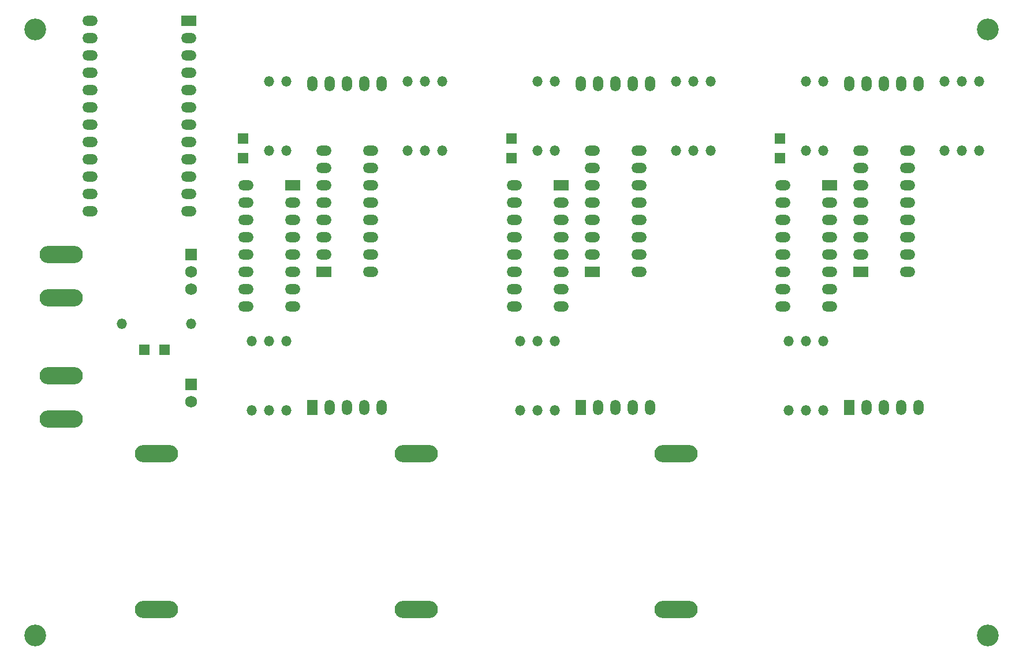
<source format=gbs>
G04 (created by PCBNEW (2013-07-07 BZR 4022)-stable) date Fri 01 Jul 2022 09:03:58 PM CDT*
%MOIN*%
G04 Gerber Fmt 3.4, Leading zero omitted, Abs format*
%FSLAX34Y34*%
G01*
G70*
G90*
G04 APERTURE LIST*
%ADD10C,0.00590551*%
%ADD11R,0.059X0.0885*%
%ADD12O,0.059X0.0885*%
%ADD13R,0.069X0.069*%
%ADD14C,0.069*%
%ADD15O,0.059X0.059*%
%ADD16R,0.0885X0.059*%
%ADD17O,0.0885X0.059*%
%ADD18O,0.25X0.1*%
%ADD19C,0.125984*%
%ADD20R,0.064X0.059*%
%ADD21R,0.059X0.064*%
G04 APERTURE END LIST*
G54D10*
G54D11*
X72000Y-42352D03*
G54D12*
X73000Y-42352D03*
X74000Y-42352D03*
X75000Y-42352D03*
X76000Y-42352D03*
X76000Y-23647D03*
X75000Y-23647D03*
X74000Y-23647D03*
X73000Y-23647D03*
X72000Y-23647D03*
G54D13*
X34000Y-33500D03*
G54D14*
X34000Y-34500D03*
X34000Y-35500D03*
G54D13*
X34000Y-41000D03*
G54D14*
X34000Y-42000D03*
G54D15*
X55000Y-27500D03*
X55000Y-23500D03*
X69500Y-38500D03*
X69500Y-42500D03*
X70500Y-27500D03*
X70500Y-23500D03*
X78500Y-27500D03*
X78500Y-23500D03*
X68500Y-38500D03*
X68500Y-42500D03*
X70500Y-38500D03*
X70500Y-42500D03*
X69500Y-27500D03*
X69500Y-23500D03*
X77500Y-27500D03*
X77500Y-23500D03*
X79500Y-27500D03*
X79500Y-23500D03*
X54000Y-27500D03*
X54000Y-23500D03*
X54000Y-38500D03*
X54000Y-42500D03*
X62000Y-27500D03*
X62000Y-23500D03*
X53000Y-38500D03*
X53000Y-42500D03*
X55000Y-38500D03*
X55000Y-42500D03*
X48500Y-27500D03*
X48500Y-23500D03*
X47500Y-27500D03*
X47500Y-23500D03*
X39500Y-38500D03*
X39500Y-42500D03*
X37500Y-38500D03*
X37500Y-42500D03*
X39500Y-27500D03*
X39500Y-23500D03*
X46500Y-27500D03*
X46500Y-23500D03*
X38500Y-38500D03*
X38500Y-42500D03*
X38500Y-27500D03*
X38500Y-23500D03*
X64000Y-27500D03*
X64000Y-23500D03*
X63000Y-27500D03*
X63000Y-23500D03*
G54D16*
X70852Y-29500D03*
G54D17*
X70852Y-30500D03*
X70852Y-31500D03*
X70852Y-32500D03*
X68147Y-34500D03*
X68147Y-33500D03*
X68147Y-32500D03*
X68147Y-31500D03*
X70852Y-33500D03*
X70852Y-34500D03*
X70852Y-35500D03*
X68147Y-35500D03*
X68147Y-36500D03*
X68147Y-30500D03*
X70852Y-36500D03*
X68147Y-29500D03*
G54D16*
X72647Y-34500D03*
G54D17*
X72647Y-33500D03*
X72647Y-32500D03*
X72647Y-31500D03*
X75352Y-29500D03*
X75352Y-30500D03*
X75352Y-31500D03*
X75352Y-32500D03*
X72647Y-30500D03*
X72647Y-29500D03*
X72647Y-28500D03*
X75352Y-28500D03*
X75352Y-27500D03*
X75352Y-33500D03*
X72647Y-27500D03*
X75352Y-34500D03*
G54D16*
X57147Y-34500D03*
G54D17*
X57147Y-33500D03*
X57147Y-32500D03*
X57147Y-31500D03*
X59852Y-29500D03*
X59852Y-30500D03*
X59852Y-31500D03*
X59852Y-32500D03*
X57147Y-30500D03*
X57147Y-29500D03*
X57147Y-28500D03*
X59852Y-28500D03*
X59852Y-27500D03*
X59852Y-33500D03*
X57147Y-27500D03*
X59852Y-34500D03*
G54D16*
X55352Y-29500D03*
G54D17*
X55352Y-30500D03*
X55352Y-31500D03*
X55352Y-32500D03*
X52647Y-34500D03*
X52647Y-33500D03*
X52647Y-32500D03*
X52647Y-31500D03*
X55352Y-33500D03*
X55352Y-34500D03*
X55352Y-35500D03*
X52647Y-35500D03*
X52647Y-36500D03*
X52647Y-30500D03*
X55352Y-36500D03*
X52647Y-29500D03*
G54D16*
X39852Y-29500D03*
G54D17*
X39852Y-30500D03*
X39852Y-31500D03*
X39852Y-32500D03*
X37147Y-34500D03*
X37147Y-33500D03*
X37147Y-32500D03*
X37147Y-31500D03*
X39852Y-33500D03*
X39852Y-34500D03*
X39852Y-35500D03*
X37147Y-35500D03*
X37147Y-36500D03*
X37147Y-30500D03*
X39852Y-36500D03*
X37147Y-29500D03*
G54D16*
X41647Y-34500D03*
G54D17*
X41647Y-33500D03*
X41647Y-32500D03*
X41647Y-31500D03*
X44352Y-29500D03*
X44352Y-30500D03*
X44352Y-31500D03*
X44352Y-32500D03*
X41647Y-30500D03*
X41647Y-29500D03*
X41647Y-28500D03*
X44352Y-28500D03*
X44352Y-27500D03*
X44352Y-33500D03*
X41647Y-27500D03*
X44352Y-34500D03*
G54D16*
X33852Y-20000D03*
G54D17*
X33852Y-21000D03*
X33852Y-22000D03*
X33852Y-23000D03*
X33852Y-24000D03*
X33852Y-25000D03*
X33852Y-26000D03*
X28147Y-20000D03*
X28147Y-21000D03*
X28147Y-22000D03*
X33852Y-27000D03*
X33852Y-28000D03*
X33852Y-29000D03*
X33852Y-30000D03*
X33852Y-31000D03*
X28147Y-23000D03*
X28147Y-24000D03*
X28147Y-25000D03*
X28147Y-26000D03*
X28147Y-27000D03*
X28147Y-28000D03*
X28147Y-29000D03*
X28147Y-30000D03*
X28147Y-31000D03*
G54D11*
X41000Y-42352D03*
G54D12*
X42000Y-42352D03*
X43000Y-42352D03*
X44000Y-42352D03*
X45000Y-42352D03*
X45000Y-23647D03*
X44000Y-23647D03*
X43000Y-23647D03*
X42000Y-23647D03*
X41000Y-23647D03*
G54D11*
X56500Y-42352D03*
G54D12*
X57500Y-42352D03*
X58500Y-42352D03*
X59500Y-42352D03*
X60500Y-42352D03*
X60500Y-23647D03*
X59500Y-23647D03*
X58500Y-23647D03*
X57500Y-23647D03*
X56500Y-23647D03*
G54D18*
X32000Y-54000D03*
X32000Y-45000D03*
X62000Y-54000D03*
X62000Y-45000D03*
X47000Y-54000D03*
X47000Y-45000D03*
G54D19*
X25000Y-55500D03*
X25000Y-20500D03*
X80000Y-20500D03*
X80000Y-55500D03*
G54D15*
X30000Y-37500D03*
X34000Y-37500D03*
G54D20*
X31300Y-39000D03*
X32450Y-39000D03*
G54D21*
X52500Y-27950D03*
X52500Y-26800D03*
X68000Y-27950D03*
X68000Y-26800D03*
X37000Y-27950D03*
X37000Y-26800D03*
G54D18*
X26500Y-43000D03*
X26500Y-40500D03*
X26500Y-36000D03*
X26500Y-33500D03*
M02*

</source>
